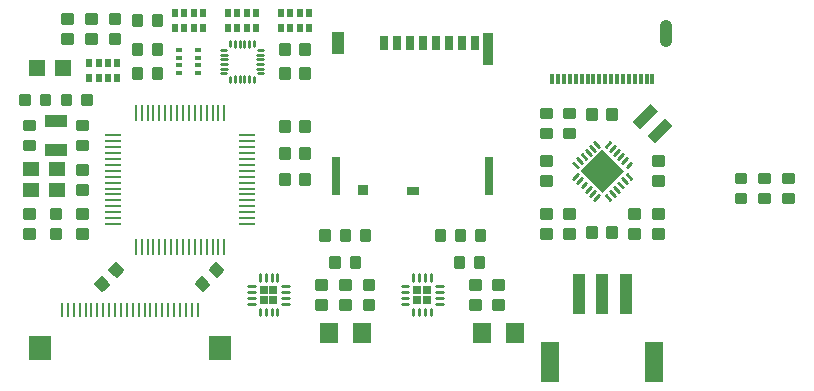
<source format=gbr>
G04 EAGLE Gerber RS-274X export*
G75*
%MOMM*%
%FSLAX34Y34*%
%LPD*%
%INSolderpaste Top*%
%IPPOS*%
%AMOC8*
5,1,8,0,0,1.08239X$1,22.5*%
G01*
%ADD10C,0.350000*%
%ADD11R,1.469200X0.280000*%
%ADD12R,0.280000X1.469200*%
%ADD13R,0.700000X1.270000*%
%ADD14R,1.050000X0.780000*%
%ADD15R,1.140000X1.830000*%
%ADD16R,0.700000X3.330000*%
%ADD17R,0.860000X2.800000*%
%ADD18R,0.900000X0.930000*%
%ADD19R,0.500000X0.350000*%
%ADD20C,0.220000*%
%ADD21R,1.900000X1.100000*%
%ADD22R,1.461800X1.211800*%
%ADD23R,0.300000X0.900000*%
%ADD24C,1.000000*%
%ADD25C,0.264000*%
%ADD26R,2.600000X2.600000*%
%ADD27R,1.400000X1.400000*%
%ADD28R,0.900000X2.100000*%
%ADD29C,0.270000*%
%ADD30R,0.760300X0.760300*%
%ADD31R,0.500000X0.650000*%
%ADD32R,1.500000X3.400000*%
%ADD33R,1.000000X3.500000*%
%ADD34R,0.250000X1.250000*%
%ADD35R,1.650000X2.050000*%
%ADD36R,1.905000X2.159000*%
%ADD37R,1.600000X1.800000*%


D10*
X91363Y96061D02*
X86061Y101363D01*
X90657Y105959D01*
X95959Y100657D01*
X91363Y96061D01*
X94688Y99386D02*
X88038Y99386D01*
X87409Y102711D02*
X93905Y102711D01*
X79343Y84041D02*
X74041Y89343D01*
X78637Y93939D01*
X83939Y88637D01*
X79343Y84041D01*
X82668Y87366D02*
X76018Y87366D01*
X75389Y90691D02*
X81885Y90691D01*
X237250Y196250D02*
X237250Y203750D01*
X237250Y196250D02*
X230750Y196250D01*
X230750Y203750D01*
X237250Y203750D01*
X237250Y199575D02*
X230750Y199575D01*
X230750Y202900D02*
X237250Y202900D01*
X254250Y203750D02*
X254250Y196250D01*
X247750Y196250D01*
X247750Y203750D01*
X254250Y203750D01*
X254250Y199575D02*
X247750Y199575D01*
X247750Y202900D02*
X254250Y202900D01*
X237250Y218750D02*
X237250Y226250D01*
X237250Y218750D02*
X230750Y218750D01*
X230750Y226250D01*
X237250Y226250D01*
X237250Y222075D02*
X230750Y222075D01*
X230750Y225400D02*
X237250Y225400D01*
X254250Y226250D02*
X254250Y218750D01*
X247750Y218750D01*
X247750Y226250D01*
X254250Y226250D01*
X254250Y222075D02*
X247750Y222075D01*
X247750Y225400D02*
X254250Y225400D01*
X112250Y263750D02*
X112250Y271250D01*
X112250Y263750D02*
X105750Y263750D01*
X105750Y271250D01*
X112250Y271250D01*
X112250Y267075D02*
X105750Y267075D01*
X105750Y270400D02*
X112250Y270400D01*
X129250Y271250D02*
X129250Y263750D01*
X122750Y263750D01*
X122750Y271250D01*
X129250Y271250D01*
X129250Y267075D02*
X122750Y267075D01*
X122750Y270400D02*
X129250Y270400D01*
X43750Y145250D02*
X36250Y145250D01*
X36250Y151750D01*
X43750Y151750D01*
X43750Y145250D01*
X43750Y148575D02*
X36250Y148575D01*
X36250Y128250D02*
X43750Y128250D01*
X36250Y128250D02*
X36250Y134750D01*
X43750Y134750D01*
X43750Y128250D01*
X43750Y131575D02*
X36250Y131575D01*
X21250Y145250D02*
X13750Y145250D01*
X13750Y151750D01*
X21250Y151750D01*
X21250Y145250D01*
X21250Y148575D02*
X13750Y148575D01*
X13750Y128250D02*
X21250Y128250D01*
X13750Y128250D02*
X13750Y134750D01*
X21250Y134750D01*
X21250Y128250D01*
X21250Y131575D02*
X13750Y131575D01*
X62750Y241250D02*
X62750Y248750D01*
X69250Y248750D01*
X69250Y241250D01*
X62750Y241250D01*
X62750Y244575D02*
X69250Y244575D01*
X69250Y247900D02*
X62750Y247900D01*
X45750Y248750D02*
X45750Y241250D01*
X45750Y248750D02*
X52250Y248750D01*
X52250Y241250D01*
X45750Y241250D01*
X45750Y244575D02*
X52250Y244575D01*
X52250Y247900D02*
X45750Y247900D01*
X171061Y101363D02*
X176363Y96061D01*
X171061Y101363D02*
X175657Y105959D01*
X180959Y100657D01*
X176363Y96061D01*
X179688Y99386D02*
X173038Y99386D01*
X172409Y102711D02*
X178905Y102711D01*
X164343Y84041D02*
X159041Y89343D01*
X163637Y93939D01*
X168939Y88637D01*
X164343Y84041D01*
X167668Y87366D02*
X161018Y87366D01*
X160389Y90691D02*
X166885Y90691D01*
X66250Y128250D02*
X66250Y134750D01*
X66250Y128250D02*
X58750Y128250D01*
X58750Y134750D01*
X66250Y134750D01*
X66250Y131575D02*
X58750Y131575D01*
X66250Y145250D02*
X66250Y151750D01*
X66250Y145250D02*
X58750Y145250D01*
X58750Y151750D01*
X66250Y151750D01*
X66250Y148575D02*
X58750Y148575D01*
D11*
X88287Y215000D03*
X88287Y210000D03*
X88287Y205000D03*
X88287Y200000D03*
X88287Y195000D03*
X88287Y190000D03*
X88287Y185000D03*
X88287Y180000D03*
X88287Y175000D03*
X88287Y170000D03*
X88287Y165000D03*
X88287Y160000D03*
X88287Y155000D03*
X88287Y150000D03*
X88287Y145000D03*
X88287Y140000D03*
D12*
X107500Y120787D03*
X112500Y120787D03*
X117500Y120787D03*
X122500Y120787D03*
X127500Y120787D03*
X132500Y120787D03*
X137500Y120787D03*
X142500Y120787D03*
X147500Y120787D03*
X152500Y120787D03*
X157500Y120787D03*
X162500Y120787D03*
X167500Y120787D03*
X172500Y120787D03*
X177500Y120787D03*
X182500Y120787D03*
D11*
X201713Y140000D03*
X201713Y145000D03*
X201713Y150000D03*
X201713Y155000D03*
X201713Y160000D03*
X201713Y165000D03*
X201713Y170000D03*
X201713Y175000D03*
X201713Y180000D03*
X201713Y185000D03*
X201713Y190000D03*
X201713Y195000D03*
X201713Y200000D03*
X201713Y205000D03*
X201713Y210000D03*
X201713Y215000D03*
D12*
X182500Y234213D03*
X177500Y234213D03*
X172500Y234213D03*
X167500Y234213D03*
X162500Y234213D03*
X157500Y234213D03*
X152500Y234213D03*
X147500Y234213D03*
X142500Y234213D03*
X137500Y234213D03*
X132500Y234213D03*
X127500Y234213D03*
X122500Y234213D03*
X117500Y234213D03*
X112500Y234213D03*
X107500Y234213D03*
D13*
X317800Y293200D03*
X328800Y293200D03*
X339800Y293200D03*
X350800Y293200D03*
X361800Y293200D03*
X372800Y293200D03*
X383800Y293200D03*
X394800Y293200D03*
D14*
X342550Y167800D03*
D15*
X279000Y293350D03*
D16*
X406400Y180567D03*
D17*
X405600Y288200D03*
D16*
X276800Y180567D03*
D18*
X299900Y168550D03*
D10*
X112250Y308750D02*
X112250Y316250D01*
X112250Y308750D02*
X105750Y308750D01*
X105750Y316250D01*
X112250Y316250D01*
X112250Y312075D02*
X105750Y312075D01*
X105750Y315400D02*
X112250Y315400D01*
X129250Y316250D02*
X129250Y308750D01*
X122750Y308750D01*
X122750Y316250D01*
X129250Y316250D01*
X129250Y312075D02*
X122750Y312075D01*
X122750Y315400D02*
X129250Y315400D01*
X66250Y182750D02*
X58750Y182750D01*
X58750Y189250D01*
X66250Y189250D01*
X66250Y182750D01*
X66250Y186075D02*
X58750Y186075D01*
X58750Y165750D02*
X66250Y165750D01*
X58750Y165750D02*
X58750Y172250D01*
X66250Y172250D01*
X66250Y165750D01*
X66250Y169075D02*
X58750Y169075D01*
X21250Y209750D02*
X13750Y209750D01*
X21250Y209750D02*
X21250Y203250D01*
X13750Y203250D01*
X13750Y209750D01*
X13750Y206575D02*
X21250Y206575D01*
X21250Y226750D02*
X13750Y226750D01*
X21250Y226750D02*
X21250Y220250D01*
X13750Y220250D01*
X13750Y226750D01*
X13750Y223575D02*
X21250Y223575D01*
X27750Y241250D02*
X27750Y248750D01*
X34250Y248750D01*
X34250Y241250D01*
X27750Y241250D01*
X27750Y244575D02*
X34250Y244575D01*
X34250Y247900D02*
X27750Y247900D01*
X10750Y248750D02*
X10750Y241250D01*
X10750Y248750D02*
X17250Y248750D01*
X17250Y241250D01*
X10750Y241250D01*
X10750Y244575D02*
X17250Y244575D01*
X17250Y247900D02*
X10750Y247900D01*
X58750Y209750D02*
X66250Y209750D01*
X66250Y203250D01*
X58750Y203250D01*
X58750Y209750D01*
X58750Y206575D02*
X66250Y206575D01*
X66250Y226750D02*
X58750Y226750D01*
X66250Y226750D02*
X66250Y220250D01*
X58750Y220250D01*
X58750Y226750D01*
X58750Y223575D02*
X66250Y223575D01*
X636250Y175250D02*
X643750Y175250D01*
X636250Y175250D02*
X636250Y181750D01*
X643750Y181750D01*
X643750Y175250D01*
X643750Y178575D02*
X636250Y178575D01*
X636250Y158250D02*
X643750Y158250D01*
X636250Y158250D02*
X636250Y164750D01*
X643750Y164750D01*
X643750Y158250D01*
X643750Y161575D02*
X636250Y161575D01*
X93750Y299750D02*
X86250Y299750D01*
X93750Y299750D02*
X93750Y293250D01*
X86250Y293250D01*
X86250Y299750D01*
X86250Y296575D02*
X93750Y296575D01*
X93750Y316750D02*
X86250Y316750D01*
X93750Y316750D02*
X93750Y310250D01*
X86250Y310250D01*
X86250Y316750D01*
X86250Y313575D02*
X93750Y313575D01*
D19*
X160500Y287250D03*
X160500Y280750D03*
X160500Y274250D03*
X160500Y267750D03*
X144500Y267750D03*
X144500Y274250D03*
X144500Y280750D03*
X144500Y287250D03*
D10*
X112250Y283750D02*
X112250Y291250D01*
X112250Y283750D02*
X105750Y283750D01*
X105750Y291250D01*
X112250Y291250D01*
X112250Y287075D02*
X105750Y287075D01*
X105750Y290400D02*
X112250Y290400D01*
X129250Y291250D02*
X129250Y283750D01*
X122750Y283750D01*
X122750Y291250D01*
X129250Y291250D01*
X129250Y287075D02*
X122750Y287075D01*
X122750Y290400D02*
X129250Y290400D01*
D20*
X179954Y287500D02*
X184134Y287500D01*
X185134Y283500D02*
X179954Y283500D01*
X179954Y279500D02*
X185134Y279500D01*
X185134Y275500D02*
X179954Y275500D01*
X179954Y271500D02*
X185134Y271500D01*
X184134Y267500D02*
X179954Y267500D01*
X187500Y264134D02*
X187500Y259954D01*
X191500Y259954D02*
X191500Y265134D01*
X195500Y265134D02*
X195500Y259954D01*
X199500Y259954D02*
X199500Y265134D01*
X203500Y265134D02*
X203500Y259954D01*
X207500Y259954D02*
X207500Y264134D01*
X210866Y267500D02*
X215046Y267500D01*
X215046Y271500D02*
X209866Y271500D01*
X209866Y275500D02*
X215046Y275500D01*
X215046Y279500D02*
X209866Y279500D01*
X209866Y283500D02*
X215046Y283500D01*
X215046Y287500D02*
X210866Y287500D01*
X207500Y290866D02*
X207500Y295046D01*
X203500Y295046D02*
X203500Y289866D01*
X199500Y289866D02*
X199500Y295046D01*
X195500Y295046D02*
X195500Y289866D01*
X191500Y289866D02*
X191500Y295046D01*
X187500Y295046D02*
X187500Y290866D01*
D10*
X247750Y291250D02*
X247750Y283750D01*
X247750Y291250D02*
X254250Y291250D01*
X254250Y283750D01*
X247750Y283750D01*
X247750Y287075D02*
X254250Y287075D01*
X254250Y290400D02*
X247750Y290400D01*
X230750Y291250D02*
X230750Y283750D01*
X230750Y291250D02*
X237250Y291250D01*
X237250Y283750D01*
X230750Y283750D01*
X230750Y287075D02*
X237250Y287075D01*
X237250Y290400D02*
X230750Y290400D01*
X237250Y271250D02*
X237250Y263750D01*
X230750Y263750D01*
X230750Y271250D01*
X237250Y271250D01*
X237250Y267075D02*
X230750Y267075D01*
X230750Y270400D02*
X237250Y270400D01*
X254250Y271250D02*
X254250Y263750D01*
X247750Y263750D01*
X247750Y271250D01*
X254250Y271250D01*
X254250Y267075D02*
X247750Y267075D01*
X247750Y270400D02*
X254250Y270400D01*
D21*
X40000Y227500D03*
X40000Y202500D03*
D22*
X18750Y168500D03*
X41250Y168500D03*
X41250Y186500D03*
X18750Y186500D03*
D23*
X540000Y262800D03*
X530000Y262800D03*
X525000Y262800D03*
X520000Y262800D03*
X515000Y262800D03*
X510000Y262800D03*
X505000Y262800D03*
X500000Y262800D03*
X495000Y262800D03*
X490000Y262800D03*
X485000Y262800D03*
X480000Y262800D03*
X545000Y262800D03*
X535000Y262800D03*
X475000Y262800D03*
X470000Y262800D03*
X465000Y262800D03*
X460000Y262800D03*
D24*
X556500Y294800D02*
X556500Y307800D01*
D25*
X481947Y182124D02*
X477875Y178052D01*
X481410Y174517D02*
X485482Y178589D01*
X489018Y175053D02*
X484946Y170981D01*
X488481Y167446D02*
X492553Y171518D01*
X496089Y167982D02*
X492017Y163910D01*
X495552Y160375D02*
X499624Y164447D01*
X505376Y164447D02*
X509448Y160375D01*
X512983Y163910D02*
X508911Y167982D01*
X512447Y171518D02*
X516519Y167446D01*
X520054Y170981D02*
X515982Y175053D01*
X519518Y178589D02*
X523590Y174517D01*
X527125Y178052D02*
X523053Y182124D01*
X523053Y187876D02*
X527125Y191948D01*
X523590Y195483D02*
X519518Y191411D01*
X515982Y194947D02*
X520054Y199019D01*
X516519Y202554D02*
X512447Y198482D01*
X508911Y202018D02*
X512983Y206090D01*
X509448Y209625D02*
X505376Y205553D01*
X499624Y205553D02*
X495552Y209625D01*
X492017Y206090D02*
X496089Y202018D01*
X492553Y198482D02*
X488481Y202554D01*
X484946Y199019D02*
X489018Y194947D01*
X485482Y191411D02*
X481410Y195483D01*
X477875Y191948D02*
X481947Y187876D01*
D26*
G36*
X520884Y185000D02*
X502500Y166616D01*
X484116Y185000D01*
X502500Y203384D01*
X520884Y185000D01*
G37*
D10*
X451250Y190250D02*
X451250Y196750D01*
X458750Y196750D01*
X458750Y190250D01*
X451250Y190250D01*
X451250Y193575D02*
X458750Y193575D01*
X451250Y179750D02*
X451250Y173250D01*
X451250Y179750D02*
X458750Y179750D01*
X458750Y173250D01*
X451250Y173250D01*
X451250Y176575D02*
X458750Y176575D01*
X533750Y134750D02*
X533750Y128250D01*
X526250Y128250D01*
X526250Y134750D01*
X533750Y134750D01*
X533750Y131575D02*
X526250Y131575D01*
X533750Y145250D02*
X533750Y151750D01*
X533750Y145250D02*
X526250Y145250D01*
X526250Y151750D01*
X533750Y151750D01*
X533750Y148575D02*
X526250Y148575D01*
X458750Y134750D02*
X458750Y128250D01*
X451250Y128250D01*
X451250Y134750D01*
X458750Y134750D01*
X458750Y131575D02*
X451250Y131575D01*
X458750Y145250D02*
X458750Y151750D01*
X458750Y145250D02*
X451250Y145250D01*
X451250Y151750D01*
X458750Y151750D01*
X458750Y148575D02*
X451250Y148575D01*
X471250Y151750D02*
X471250Y145250D01*
X471250Y151750D02*
X478750Y151750D01*
X478750Y145250D01*
X471250Y145250D01*
X471250Y148575D02*
X478750Y148575D01*
X471250Y134750D02*
X471250Y128250D01*
X471250Y134750D02*
X478750Y134750D01*
X478750Y128250D01*
X471250Y128250D01*
X471250Y131575D02*
X478750Y131575D01*
X507750Y228750D02*
X507750Y236250D01*
X514250Y236250D01*
X514250Y228750D01*
X507750Y228750D01*
X507750Y232075D02*
X514250Y232075D01*
X514250Y235400D02*
X507750Y235400D01*
X490750Y236250D02*
X490750Y228750D01*
X490750Y236250D02*
X497250Y236250D01*
X497250Y228750D01*
X490750Y228750D01*
X490750Y232075D02*
X497250Y232075D01*
X497250Y235400D02*
X490750Y235400D01*
X546250Y190250D02*
X553750Y190250D01*
X546250Y190250D02*
X546250Y196750D01*
X553750Y196750D01*
X553750Y190250D01*
X553750Y193575D02*
X546250Y193575D01*
X546250Y173250D02*
X553750Y173250D01*
X546250Y173250D02*
X546250Y179750D01*
X553750Y179750D01*
X553750Y173250D01*
X553750Y176575D02*
X546250Y176575D01*
X478750Y219750D02*
X471250Y219750D01*
X478750Y219750D02*
X478750Y213250D01*
X471250Y213250D01*
X471250Y219750D01*
X471250Y216575D02*
X478750Y216575D01*
X478750Y236750D02*
X471250Y236750D01*
X478750Y236750D02*
X478750Y230250D01*
X471250Y230250D01*
X471250Y236750D01*
X471250Y233575D02*
X478750Y233575D01*
X458750Y230250D02*
X451250Y230250D01*
X451250Y236750D01*
X458750Y236750D01*
X458750Y230250D01*
X458750Y233575D02*
X451250Y233575D01*
X451250Y213250D02*
X458750Y213250D01*
X451250Y213250D02*
X451250Y219750D01*
X458750Y219750D01*
X458750Y213250D01*
X458750Y216575D02*
X451250Y216575D01*
X546250Y145250D02*
X553750Y145250D01*
X546250Y145250D02*
X546250Y151750D01*
X553750Y151750D01*
X553750Y145250D01*
X553750Y148575D02*
X546250Y148575D01*
X546250Y128250D02*
X553750Y128250D01*
X546250Y128250D02*
X546250Y134750D01*
X553750Y134750D01*
X553750Y128250D01*
X553750Y131575D02*
X546250Y131575D01*
X254250Y181250D02*
X247750Y181250D01*
X254250Y181250D02*
X254250Y173750D01*
X247750Y173750D01*
X247750Y181250D01*
X247750Y177075D02*
X254250Y177075D01*
X254250Y180400D02*
X247750Y180400D01*
X237250Y181250D02*
X230750Y181250D01*
X237250Y181250D02*
X237250Y173750D01*
X230750Y173750D01*
X230750Y181250D01*
X230750Y177075D02*
X237250Y177075D01*
X237250Y180400D02*
X230750Y180400D01*
X308750Y74750D02*
X308750Y68250D01*
X301250Y68250D01*
X301250Y74750D01*
X308750Y74750D01*
X308750Y71575D02*
X301250Y71575D01*
X308750Y85250D02*
X308750Y91750D01*
X308750Y85250D02*
X301250Y85250D01*
X301250Y91750D01*
X308750Y91750D01*
X308750Y88575D02*
X301250Y88575D01*
D27*
X46000Y272500D03*
X24000Y272500D03*
D10*
X53750Y293250D02*
X53750Y299750D01*
X53750Y293250D02*
X46250Y293250D01*
X46250Y299750D01*
X53750Y299750D01*
X53750Y296575D02*
X46250Y296575D01*
X53750Y310250D02*
X53750Y316750D01*
X53750Y310250D02*
X46250Y310250D01*
X46250Y316750D01*
X53750Y316750D01*
X53750Y313575D02*
X46250Y313575D01*
X73750Y299750D02*
X73750Y293250D01*
X66250Y293250D01*
X66250Y299750D01*
X73750Y299750D01*
X73750Y296575D02*
X66250Y296575D01*
X73750Y310250D02*
X73750Y316750D01*
X73750Y310250D02*
X66250Y310250D01*
X66250Y316750D01*
X73750Y316750D01*
X73750Y313575D02*
X66250Y313575D01*
D28*
G36*
X534748Y220404D02*
X528384Y226768D01*
X543232Y241616D01*
X549596Y235252D01*
X534748Y220404D01*
G37*
G36*
X546768Y208384D02*
X540404Y214748D01*
X555252Y229596D01*
X561616Y223232D01*
X546768Y208384D01*
G37*
D10*
X497250Y128750D02*
X490750Y128750D01*
X490750Y136250D01*
X497250Y136250D01*
X497250Y128750D01*
X497250Y132075D02*
X490750Y132075D01*
X490750Y135400D02*
X497250Y135400D01*
X507750Y128750D02*
X514250Y128750D01*
X507750Y128750D02*
X507750Y136250D01*
X514250Y136250D01*
X514250Y128750D01*
X514250Y132075D02*
X507750Y132075D01*
X507750Y135400D02*
X514250Y135400D01*
X616250Y175250D02*
X623750Y175250D01*
X616250Y175250D02*
X616250Y181750D01*
X623750Y181750D01*
X623750Y175250D01*
X623750Y178575D02*
X616250Y178575D01*
X616250Y158250D02*
X623750Y158250D01*
X616250Y158250D02*
X616250Y164750D01*
X623750Y164750D01*
X623750Y158250D01*
X623750Y161575D02*
X616250Y161575D01*
X656250Y175250D02*
X663750Y175250D01*
X656250Y175250D02*
X656250Y181750D01*
X663750Y181750D01*
X663750Y175250D01*
X663750Y178575D02*
X656250Y178575D01*
X656250Y158250D02*
X663750Y158250D01*
X656250Y158250D02*
X656250Y164750D01*
X663750Y164750D01*
X663750Y158250D01*
X663750Y161575D02*
X656250Y161575D01*
D29*
X227500Y97296D02*
X227500Y91616D01*
X222500Y91616D02*
X222500Y97296D01*
X217500Y97296D02*
X217500Y91616D01*
X212500Y91616D02*
X212500Y97296D01*
X208384Y87500D02*
X202704Y87500D01*
X202704Y82500D02*
X208384Y82500D01*
X208384Y77500D02*
X202704Y77500D01*
X202704Y72500D02*
X208384Y72500D01*
X212500Y68384D02*
X212500Y62704D01*
X217500Y62704D02*
X217500Y68384D01*
X222500Y68384D02*
X222500Y62704D01*
X227500Y62704D02*
X227500Y68384D01*
X231616Y72500D02*
X237296Y72500D01*
X237296Y77500D02*
X231616Y77500D01*
X231616Y82500D02*
X237296Y82500D01*
X237296Y87500D02*
X231616Y87500D01*
D30*
X215900Y84101D03*
X215900Y75900D03*
X224101Y84101D03*
X224101Y75900D03*
D31*
X209500Y318750D03*
X201500Y318750D03*
X193500Y318750D03*
X185500Y318750D03*
X185500Y306250D03*
X193500Y306250D03*
X201500Y306250D03*
X209500Y306250D03*
X92000Y276250D03*
X84000Y276250D03*
X76000Y276250D03*
X68000Y276250D03*
X68000Y263750D03*
X76000Y263750D03*
X84000Y263750D03*
X92000Y263750D03*
D32*
X546500Y23500D03*
X458500Y23500D03*
D33*
X522500Y81000D03*
X502500Y81000D03*
X482500Y81000D03*
D34*
X45000Y67500D03*
X50000Y67500D03*
X55000Y67500D03*
X60000Y67500D03*
X65000Y67500D03*
X70000Y67500D03*
X75000Y67500D03*
X80000Y67500D03*
X85000Y67500D03*
X90000Y67500D03*
X95000Y67500D03*
X100000Y67500D03*
X105000Y67500D03*
X110000Y67500D03*
X115000Y67500D03*
X120000Y67500D03*
X125000Y67500D03*
X130000Y67500D03*
X135000Y67500D03*
X140000Y67500D03*
X145000Y67500D03*
X150000Y67500D03*
X155000Y67500D03*
X160000Y67500D03*
D35*
X179000Y35000D03*
X26000Y35000D03*
D36*
X26300Y35000D03*
X178700Y35000D03*
D31*
X164500Y318750D03*
X156500Y318750D03*
X148500Y318750D03*
X140500Y318750D03*
X140500Y306250D03*
X148500Y306250D03*
X156500Y306250D03*
X164500Y306250D03*
X254500Y318750D03*
X246500Y318750D03*
X238500Y318750D03*
X230500Y318750D03*
X230500Y306250D03*
X238500Y306250D03*
X246500Y306250D03*
X254500Y306250D03*
D29*
X357500Y97296D02*
X357500Y91616D01*
X352500Y91616D02*
X352500Y97296D01*
X347500Y97296D02*
X347500Y91616D01*
X342500Y91616D02*
X342500Y97296D01*
X338384Y87500D02*
X332704Y87500D01*
X332704Y82500D02*
X338384Y82500D01*
X338384Y77500D02*
X332704Y77500D01*
X332704Y72500D02*
X338384Y72500D01*
X342500Y68384D02*
X342500Y62704D01*
X347500Y62704D02*
X347500Y68384D01*
X352500Y68384D02*
X352500Y62704D01*
X357500Y62704D02*
X357500Y68384D01*
X361616Y72500D02*
X367296Y72500D01*
X367296Y77500D02*
X361616Y77500D01*
X361616Y82500D02*
X367296Y82500D01*
X367296Y87500D02*
X361616Y87500D01*
D30*
X345900Y84101D03*
X345900Y75900D03*
X354101Y84101D03*
X354101Y75900D03*
D10*
X288250Y126250D02*
X281750Y126250D01*
X281750Y133750D01*
X288250Y133750D01*
X288250Y126250D01*
X288250Y129575D02*
X281750Y129575D01*
X281750Y132900D02*
X288250Y132900D01*
X298750Y126250D02*
X305250Y126250D01*
X298750Y126250D02*
X298750Y133750D01*
X305250Y133750D01*
X305250Y126250D01*
X305250Y129575D02*
X298750Y129575D01*
X298750Y132900D02*
X305250Y132900D01*
X271250Y126250D02*
X264750Y126250D01*
X264750Y133750D01*
X271250Y133750D01*
X271250Y126250D01*
X271250Y129575D02*
X264750Y129575D01*
X264750Y132900D02*
X271250Y132900D01*
X379250Y126250D02*
X385750Y126250D01*
X379250Y126250D02*
X379250Y133750D01*
X385750Y133750D01*
X385750Y126250D01*
X385750Y129575D02*
X379250Y129575D01*
X379250Y132900D02*
X385750Y132900D01*
X396250Y126250D02*
X402750Y126250D01*
X396250Y126250D02*
X396250Y133750D01*
X402750Y133750D01*
X402750Y126250D01*
X402750Y129575D02*
X396250Y129575D01*
X396250Y132900D02*
X402750Y132900D01*
X368750Y126250D02*
X362250Y126250D01*
X362250Y133750D01*
X368750Y133750D01*
X368750Y126250D01*
X368750Y129575D02*
X362250Y129575D01*
X362250Y132900D02*
X368750Y132900D01*
X296750Y111250D02*
X290250Y111250D01*
X296750Y111250D02*
X296750Y103750D01*
X290250Y103750D01*
X290250Y111250D01*
X290250Y107075D02*
X296750Y107075D01*
X296750Y110400D02*
X290250Y110400D01*
X279750Y111250D02*
X273250Y111250D01*
X279750Y111250D02*
X279750Y103750D01*
X273250Y103750D01*
X273250Y111250D01*
X273250Y107075D02*
X279750Y107075D01*
X279750Y110400D02*
X273250Y110400D01*
X395250Y111250D02*
X401750Y111250D01*
X401750Y103750D01*
X395250Y103750D01*
X395250Y111250D01*
X395250Y107075D02*
X401750Y107075D01*
X401750Y110400D02*
X395250Y110400D01*
X384750Y111250D02*
X378250Y111250D01*
X384750Y111250D02*
X384750Y103750D01*
X378250Y103750D01*
X378250Y111250D01*
X378250Y107075D02*
X384750Y107075D01*
X384750Y110400D02*
X378250Y110400D01*
X288750Y74750D02*
X281250Y74750D01*
X288750Y74750D02*
X288750Y68250D01*
X281250Y68250D01*
X281250Y74750D01*
X281250Y71575D02*
X288750Y71575D01*
X288750Y91750D02*
X281250Y91750D01*
X288750Y91750D02*
X288750Y85250D01*
X281250Y85250D01*
X281250Y91750D01*
X281250Y88575D02*
X288750Y88575D01*
X411250Y74750D02*
X418750Y74750D01*
X418750Y68250D01*
X411250Y68250D01*
X411250Y74750D01*
X411250Y71575D02*
X418750Y71575D01*
X418750Y91750D02*
X411250Y91750D01*
X418750Y91750D02*
X418750Y85250D01*
X411250Y85250D01*
X411250Y91750D01*
X411250Y88575D02*
X418750Y88575D01*
D37*
X271000Y47500D03*
X299000Y47500D03*
X429000Y47500D03*
X401000Y47500D03*
D10*
X398750Y74750D02*
X391250Y74750D01*
X398750Y74750D02*
X398750Y68250D01*
X391250Y68250D01*
X391250Y74750D01*
X391250Y71575D02*
X398750Y71575D01*
X398750Y91750D02*
X391250Y91750D01*
X398750Y91750D02*
X398750Y85250D01*
X391250Y85250D01*
X391250Y91750D01*
X391250Y88575D02*
X398750Y88575D01*
X268750Y74750D02*
X261250Y74750D01*
X268750Y74750D02*
X268750Y68250D01*
X261250Y68250D01*
X261250Y74750D01*
X261250Y71575D02*
X268750Y71575D01*
X268750Y91750D02*
X261250Y91750D01*
X268750Y91750D02*
X268750Y85250D01*
X261250Y85250D01*
X261250Y91750D01*
X261250Y88575D02*
X268750Y88575D01*
M02*

</source>
